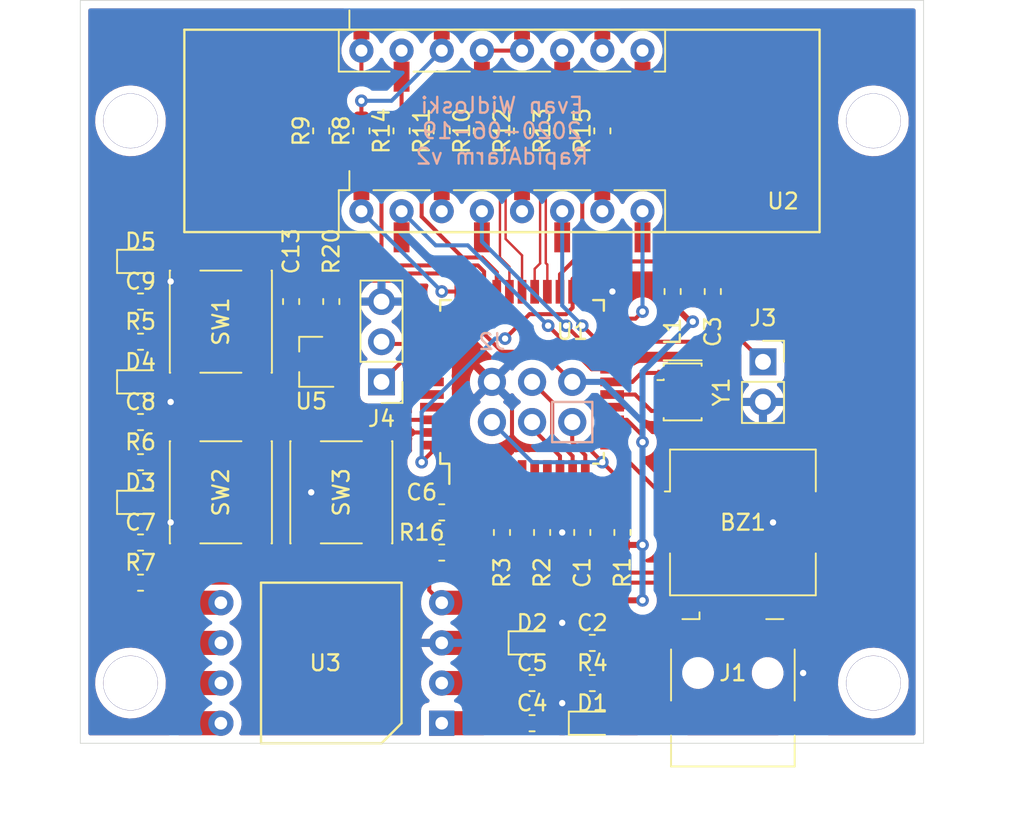
<source format=kicad_pcb>
(kicad_pcb (version 20200104) (host pcbnew "5.99.0-unknown-r17607-a0698723")
  (layers (0 "F.Cu" signal) (31 "B.Cu" signal) (34 "B.Paste" user) (35 "F.Paste" user) (36 "B.SilkS" user) (37 "F.SilkS" user) (38 "B.Mask" user) (39 "F.Mask" user) (44 "Edge.Cuts" user))
  (net 0 "")
  (net 1 "Net-(C1-Pad2)")
  (net 2 "GND")
  (net 3 "Net-(C2-Pad1)")
  (net 4 "Net-(C3-Pad1)")
  (net 5 "Net-(D1-Pad2)")
  (net 6 "+5V")
  (net 7 "Net-(J1-Pad3)")
  (net 8 "Net-(J1-Pad2)")
  (net 9 "Net-(R2-Pad2)")
  (net 10 "Net-(R3-Pad2)")
  (net 11 "Net-(R5-Pad2)")
  (net 12 "Net-(R6-Pad2)")
  (net 13 "Net-(R7-Pad2)")
  (net 14 "Net-(R8-Pad2)")
  (net 15 "Net-(R9-Pad2)")
  (net 16 "Net-(R10-Pad2)")
  (net 17 "Net-(R11-Pad2)")
  (net 18 "Net-(R12-Pad2)")
  (net 19 "Net-(R13-Pad2)")
  (net 20 "Net-(R14-Pad2)")
  (net 21 "Net-(R15-Pad2)")
  (net 22 "/DOWN")
  (net 23 "/UP")
  (net 24 "/MODE")
  (net 25 "/RST")
  (net 26 "/MOSI")
  (net 27 "/SCK")
  (net 28 "/MISO")
  (net 29 "Net-(R16-Pad1)")
  (net 30 "/PRESSURE1")
  (net 31 "Net-(BZ1-Pad1)")
  (net 32 "Net-(J3-Pad1)")
  (net 33 "/AREF")
  (net 34 "/DIG2")
  (net 35 "/DIG4")
  (net 36 "/DIG1")
  (net 37 "/DIG:")
  (net 38 "/DIG3")
  (net 39 "/a")
  (net 40 "/b")
  (net 41 "/c")
  (net 42 "/d")
  (net 43 "/e")
  (net 44 "/f")
  (net 45 "/g")
  (net 46 "/DP")
  (net 47 "Net-(U1-Pad17)")
  (net 48 "Net-(U1-Pad16)")
  (net 49 "Net-(J4-Pad2)")
  (net 50 "Net-(J4-Pad1)")
  (module "Connector_PinHeader_2.54mm:PinHeader_1x03_P2.54mm_Vertical" (layer "F.Cu") (at 138.43 81.28 180)
    (fp_text reference "J4" (at 0 -2.33) (layer "F.SilkS"))
    (fp_text value "Conn_01x03")
    (pad "3" thru_hole oval (at 0 5.08 180) (size 1.7 1.7) (drill 1) (layers *.Cu *.Mask) (net 2 "GND"))
    (pad "2" thru_hole oval (at 0 2.54 180) (size 1.7 1.7) (drill 1) (layers *.Cu *.Mask) (net 49 "Net-(J4-Pad2)"))
    (pad "1" thru_hole rect (at 0 0 180) (size 1.7 1.7) (drill 1) (layers *.Cu *.Mask) (net 50 "Net-(J4-Pad1)"))
  )
  (module "Crystal:Resonator_SMD_muRata_CSTxExxV-3Pin_3.0x1.1mm_HandSoldering" (layer "F.Cu") (at 157.48 81.915 -90)
    (fp_text reference "Y1" (at 0 -2.45 90) (layer "F.SilkS"))
    (fp_text value "Resonator")
    (pad "3" smd rect (at 1.2 0 270) (size 0.4 3.2) (layers "F.Cu" "F.Paste" "F.Mask") (net 48 "Net-(U1-Pad16)"))
    (pad "2" smd rect (at 0 0 270) (size 0.4 3.2) (layers "F.Cu" "F.Paste" "F.Mask") (net 2 "GND"))
    (pad "1" smd rect (at -1.2 0 270) (size 0.4 3.2) (layers "F.Cu" "F.Paste" "F.Mask") (net 47 "Net-(U1-Pad17)"))
  )
  (module "Button_Switch_SMD:SW_Push_1P1T_NO_6x6mm_H9.5mm" (layer "F.Cu") (at 128.27 88.265 -90)
    (fp_text reference "SW2" (at 0 0 -270) (layer "F.SilkS"))
    (fp_text value "SW_Push")
    (pad "2" smd rect (at 3.975 2.25 270) (size 1.55 1.3) (layers "F.Cu" "F.Paste" "F.Mask") (net 2 "GND"))
    (pad "1" smd rect (at 3.975 -2.25 270) (size 1.55 1.3) (layers "F.Cu" "F.Paste" "F.Mask") (net 12 "Net-(R6-Pad2)"))
    (pad "1" smd rect (at -3.975 -2.25 270) (size 1.55 1.3) (layers "F.Cu" "F.Paste" "F.Mask") (net 12 "Net-(R6-Pad2)"))
    (pad "2" smd rect (at -3.975 2.25 270) (size 1.55 1.3) (layers "F.Cu" "F.Paste" "F.Mask") (net 2 "GND"))
  )
  (module "common:ISP_POGO" (layer "B.Cu") (at 150.495 83.82 90)
    (fp_text reference "J2" (at 5.08 -5.08 unlocked) (layer "B.SilkS") (effects (justify mirror)))
    (fp_text value "AVR-ISP-6")
    (pad "6" thru_hole circle (at 2.54 -5.08 90) (size 1.778 1.778) (drill 1.016) (layers *.Cu *.Mask) (net 2 "GND"))
    (pad "5" thru_hole circle (at 0 -5.08 90) (size 1.778 1.778) (drill 1.016) (layers *.Cu *.Mask) (net 25 "/RST"))
    (pad "4" thru_hole circle (at 2.54 -2.54 90) (size 1.778 1.778) (drill 1.016) (layers *.Cu *.Mask) (net 26 "/MOSI"))
    (pad "3" thru_hole circle (at 0 -2.54 90) (size 1.778 1.778) (drill 1.016) (layers *.Cu *.Mask) (net 27 "/SCK"))
    (pad "2" thru_hole circle (at 2.54 0 90) (size 1.778 1.778) (drill 1.016) (layers *.Cu *.Mask) (net 6 "+5V"))
    (pad "1" thru_hole circle (at 0 0 90) (size 1.778 1.778) (drill 1.016) (layers *.Cu *.Mask) (net 28 "/MISO"))
  )
  (module "Package_QFP:TQFP-44_10x10mm_P0.8mm" (layer "F.Cu") (at 147.32 81.28 90)
    (fp_text reference "U1" (at 3.175 3.175) (layer "F.SilkS"))
    (fp_text value "ATmega32U4-MU")
    (pad "44" smd rect (at -4 -5.7 180) (size 1.5 0.55) (layers "F.Cu" "F.Paste" "F.Mask") (net 4 "Net-(C3-Pad1)"))
    (pad "43" smd rect (at -3.2 -5.7 180) (size 1.5 0.55) (layers "F.Cu" "F.Paste" "F.Mask") (net 2 "GND"))
    (pad "42" smd rect (at -2.4 -5.7 180) (size 1.5 0.55) (layers "F.Cu" "F.Paste" "F.Mask") (net 33 "/AREF"))
    (pad "41" smd rect (at -1.6 -5.7 180) (size 1.5 0.55) (layers "F.Cu" "F.Paste" "F.Mask") (net 30 "/PRESSURE1"))
    (pad "40" smd rect (at -0.8 -5.7 180) (size 1.5 0.55) (layers "F.Cu" "F.Paste" "F.Mask"))
    (pad "39" smd rect (at 0 -5.7 180) (size 1.5 0.55) (layers "F.Cu" "F.Paste" "F.Mask"))
    (pad "38" smd rect (at 0.8 -5.7 180) (size 1.5 0.55) (layers "F.Cu" "F.Paste" "F.Mask"))
    (pad "37" smd rect (at 1.6 -5.7 180) (size 1.5 0.55) (layers "F.Cu" "F.Paste" "F.Mask") (net 50 "Net-(J4-Pad1)"))
    (pad "36" smd rect (at 2.4 -5.7 180) (size 1.5 0.55) (layers "F.Cu" "F.Paste" "F.Mask") (net 49 "Net-(J4-Pad2)"))
    (pad "35" smd rect (at 3.2 -5.7 180) (size 1.5 0.55) (layers "F.Cu" "F.Paste" "F.Mask") (net 2 "GND"))
    (pad "34" smd rect (at 4 -5.7 180) (size 1.5 0.55) (layers "F.Cu" "F.Paste" "F.Mask") (net 6 "+5V"))
    (pad "33" smd rect (at 5.7 -4 90) (size 1.5 0.55) (layers "F.Cu" "F.Paste" "F.Mask") (net 36 "/DIG1"))
    (pad "32" smd rect (at 5.7 -3.2 90) (size 1.5 0.55) (layers "F.Cu" "F.Paste" "F.Mask") (net 40 "/b"))
    (pad "31" smd rect (at 5.7 -2.4 90) (size 1.5 0.55) (layers "F.Cu" "F.Paste" "F.Mask") (net 39 "/a"))
    (pad "30" smd rect (at 5.7 -1.6 90) (size 1.5 0.55) (layers "F.Cu" "F.Paste" "F.Mask") (net 45 "/g"))
    (pad "29" smd rect (at 5.7 -0.8 90) (size 1.5 0.55) (layers "F.Cu" "F.Paste" "F.Mask") (net 42 "/d"))
    (pad "28" smd rect (at 5.7 0 90) (size 1.5 0.55) (layers "F.Cu" "F.Paste" "F.Mask") (net 41 "/c"))
    (pad "27" smd rect (at 5.7 0.8 90) (size 1.5 0.55) (layers "F.Cu" "F.Paste" "F.Mask") (net 43 "/e"))
    (pad "26" smd rect (at 5.7 1.6 90) (size 1.5 0.55) (layers "F.Cu" "F.Paste" "F.Mask") (net 44 "/f"))
    (pad "25" smd rect (at 5.7 2.4 90) (size 1.5 0.55) (layers "F.Cu" "F.Paste" "F.Mask") (net 46 "/DP"))
    (pad "24" smd rect (at 5.7 3.2 90) (size 1.5 0.55) (layers "F.Cu" "F.Paste" "F.Mask") (net 4 "Net-(C3-Pad1)"))
    (pad "23" smd rect (at 5.7 4 90) (size 1.5 0.55) (layers "F.Cu" "F.Paste" "F.Mask") (net 2 "GND"))
    (pad "22" smd rect (at 4 5.7 180) (size 1.5 0.55) (layers "F.Cu" "F.Paste" "F.Mask") (net 35 "/DIG4"))
    (pad "21" smd rect (at 3.2 5.7 180) (size 1.5 0.55) (layers "F.Cu" "F.Paste" "F.Mask") (net 32 "Net-(J3-Pad1)"))
    (pad "20" smd rect (at 2.4 5.7 180) (size 1.5 0.55) (layers "F.Cu" "F.Paste" "F.Mask") (net 38 "/DIG3"))
    (pad "19" smd rect (at 1.6 5.7 180) (size 1.5 0.55) (layers "F.Cu" "F.Paste" "F.Mask") (net 37 "/DIG:"))
    (pad "18" smd rect (at 0.8 5.7 180) (size 1.5 0.55) (layers "F.Cu" "F.Paste" "F.Mask") (net 34 "/DIG2"))
    (pad "17" smd rect (at 0 5.7 180) (size 1.5 0.55) (layers "F.Cu" "F.Paste" "F.Mask") (net 47 "Net-(U1-Pad17)"))
    (pad "16" smd rect (at -0.8 5.7 180) (size 1.5 0.55) (layers "F.Cu" "F.Paste" "F.Mask") (net 48 "Net-(U1-Pad16)"))
    (pad "15" smd rect (at -1.6 5.7 180) (size 1.5 0.55) (layers "F.Cu" "F.Paste" "F.Mask") (net 2 "GND"))
    (pad "14" smd rect (at -2.4 5.7 180) (size 1.5 0.55) (layers "F.Cu" "F.Paste" "F.Mask") (net 6 "+5V"))
    (pad "13" smd rect (at -3.2 5.7 180) (size 1.5 0.55) (layers "F.Cu" "F.Paste" "F.Mask") (net 25 "/RST"))
    (pad "12" smd rect (at -4 5.7 180) (size 1.5 0.55) (layers "F.Cu" "F.Paste" "F.Mask") (net 31 "Net-(BZ1-Pad1)"))
    (pad "11" smd rect (at -5.7 4 90) (size 1.5 0.55) (layers "F.Cu" "F.Paste" "F.Mask") (net 28 "/MISO"))
    (pad "10" smd rect (at -5.7 3.2 90) (size 1.5 0.55) (layers "F.Cu" "F.Paste" "F.Mask") (net 26 "/MOSI"))
    (pad "9" smd rect (at -5.7 2.4 90) (size 1.5 0.55) (layers "F.Cu" "F.Paste" "F.Mask") (net 27 "/SCK"))
    (pad "8" smd rect (at -5.7 1.6 90) (size 1.5 0.55) (layers "F.Cu" "F.Paste" "F.Mask"))
    (pad "7" smd rect (at -5.7 0.8 90) (size 1.5 0.55) (layers "F.Cu" "F.Paste" "F.Mask") (net 6 "+5V"))
    (pad "6" smd rect (at -5.7 0 90) (size 1.5 0.55) (layers "F.Cu" "F.Paste" "F.Mask") (net 1 "Net-(C1-Pad2)"))
    (pad "5" smd rect (at -5.7 -0.8 90) (size 1.5 0.55) (layers "F.Cu" "F.Paste" "F.Mask") (net 2 "GND"))
    (pad "4" smd rect (at -5.7 -1.6 90) (size 1.5 0.55) (layers "F.Cu" "F.Paste" "F.Mask") (net 9 "Net-(R2-Pad2)"))
    (pad "3" smd rect (at -5.7 -2.4 90) (size 1.5 0.55) (layers "F.Cu" "F.Paste" "F.Mask") (net 10 "Net-(R3-Pad2)"))
    (pad "2" smd rect (at -5.7 -3.2 90) (size 1.5 0.55) (layers "F.Cu" "F.Paste" "F.Mask") (net 6 "+5V"))
    (pad "1" smd rect (at -5.7 -4 90) (size 1.5 0.55) (layers "F.Cu" "F.Paste" "F.Mask"))
  )
  (module "common:LTC-4627_SMD" (layer "F.Cu") (at 146.05 65.405)
    (fp_text reference "U2" (at 17.78 4.445) (layer "F.SilkS"))
    (fp_text value "LTC-4627")
    (pad "7" thru_hole circle (at 6.35 5.08) (size 1.524 1.524) (drill 0.762) (layers *.Cu *.Mask) (net 21 "Net-(R15-Pad2)"))
    (pad "11" thru_hole circle (at 3.81 -5.08) (size 1.524 1.524) (drill 0.762) (layers *.Cu *.Mask) (net 19 "Net-(R13-Pad2)"))
    (pad "2" thru_hole circle (at -6.35 5.08) (size 1.524 1.524) (drill 0.762) (layers *.Cu *.Mask) (net 34 "/DIG2"))
    (pad "8" thru_hole circle (at 8.89 5.08) (size 1.524 1.524) (drill 0.762) (layers *.Cu *.Mask) (net 35 "/DIG4"))
    (pad "9" thru_hole circle (at 8.89 -5.08) (size 1.524 1.524) (drill 0.762) (layers *.Cu *.Mask))
    (pad "1" thru_hole circle (at -8.89 5.08) (size 1.524 1.524) (drill 0.762) (layers *.Cu *.Mask) (net 36 "/DIG1"))
    (pad "5" thru_hole circle (at 1.27 5.08) (size 1.524 1.524) (drill 0.762) (layers *.Cu *.Mask) (net 18 "Net-(R12-Pad2)"))
    (pad "4" thru_hole circle (at -1.27 5.08) (size 1.524 1.524) (drill 0.762) (layers *.Cu *.Mask) (net 37 "/DIG:"))
    (pad "15" thru_hole circle (at -6.35 -5.08) (size 1.524 1.524) (drill 0.762) (layers *.Cu *.Mask) (net 20 "Net-(R14-Pad2)"))
    (pad "6" thru_hole circle (at 3.81 5.08) (size 1.524 1.524) (drill 0.762) (layers *.Cu *.Mask) (net 38 "/DIG3"))
    (pad "10" thru_hole circle (at 6.35 -5.08) (size 1.524 1.524) (drill 0.762) (layers *.Cu *.Mask))
    (pad "14" thru_hole circle (at -3.81 -5.08) (size 1.524 1.524) (drill 0.762) (layers *.Cu *.Mask) (net 14 "Net-(R8-Pad2)"))
    (pad "3" thru_hole circle (at -3.81 5.08) (size 1.524 1.524) (drill 0.762) (layers *.Cu *.Mask) (net 17 "Net-(R11-Pad2)"))
    (pad "13" thru_hole circle (at -1.27 -5.08) (size 1.524 1.524) (drill 0.762) (layers *.Cu *.Mask) (net 16 "Net-(R10-Pad2)"))
    (pad "12" thru_hole circle (at 1.27 -5.08) (size 1.524 1.524) (drill 0.762) (layers *.Cu *.Mask) (net 16 "Net-(R10-Pad2)"))
    (pad "16" thru_hole circle (at -8.89 -5.08) (size 1.524 1.524) (drill 0.762) (layers *.Cu *.Mask) (net 15 "Net-(R9-Pad2)"))
    (pad "11" smd rect (at 3.81 -3.43 90) (size 1.9 1) (layers "F.Cu" "F.Paste" "F.Mask") (net 19 "Net-(R13-Pad2)"))
    (pad "15" smd rect (at -6.35 -3.43 90) (size 1.9 1) (layers "F.Cu" "F.Paste" "F.Mask") (net 20 "Net-(R14-Pad2)"))
    (pad "16" smd rect (at -8.89 -6.73 90) (size 1.9 1) (layers "F.Cu" "F.Paste" "F.Mask") (net 15 "Net-(R9-Pad2)"))
    (pad "13" smd rect (at -1.27 -3.43 90) (size 1.9 1) (layers "F.Cu" "F.Paste" "F.Mask") (net 16 "Net-(R10-Pad2)"))
    (pad "14" smd rect (at -3.81 -6.73 90) (size 1.9 1) (layers "F.Cu" "F.Paste" "F.Mask") (net 14 "Net-(R8-Pad2)"))
    (pad "9" smd rect (at 8.89 -3.43 90) (size 1.9 1) (layers "F.Cu" "F.Paste" "F.Mask"))
    (pad "10" smd rect (at 6.35 -6.73 90) (size 1.9 1) (layers "F.Cu" "F.Paste" "F.Mask"))
    (pad "12" smd rect (at 1.27 -6.73 90) (size 1.9 1) (layers "F.Cu" "F.Paste" "F.Mask") (net 16 "Net-(R10-Pad2)"))
    (pad "7" smd rect (at 6.35 3.43 90) (size 1.9 1) (layers "F.Cu" "F.Paste" "F.Mask") (net 21 "Net-(R15-Pad2)"))
    (pad "5" smd rect (at 1.27 3.43 90) (size 1.9 1) (layers "F.Cu" "F.Paste" "F.Mask") (net 18 "Net-(R12-Pad2)"))
    (pad "3" smd rect (at -3.81 3.43 90) (size 1.9 1) (layers "F.Cu" "F.Paste" "F.Mask") (net 17 "Net-(R11-Pad2)"))
    (pad "1" smd rect (at -8.89 3.43 90) (size 1.9 1) (layers "F.Cu" "F.Paste" "F.Mask") (net 36 "/DIG1"))
    (pad "8" smd rect (at 8.89 6.73 90) (size 1.9 1) (layers "F.Cu" "F.Paste" "F.Mask") (net 35 "/DIG4"))
    (pad "6" smd rect (at 3.81 6.73 90) (size 1.9 1) (layers "F.Cu" "F.Paste" "F.Mask") (net 38 "/DIG3"))
    (pad "4" smd rect (at -1.27 6.73 90) (size 1.9 1) (layers "F.Cu" "F.Paste" "F.Mask") (net 37 "/DIG:"))
    (pad "2" smd rect (at -6.35 6.73 90) (size 1.9 1) (layers "F.Cu" "F.Paste" "F.Mask") (net 34 "/DIG2"))
  )
  (module "Package_TO_SOT_SMD:SOT-23" (layer "F.Cu") (at 133.985 80.01 180)
    (fp_text reference "U5" (at 0 -2.5) (layer "F.SilkS"))
    (fp_text value "LM4040DBZ-2.5")
    (pad "3" smd rect (at 1 0 180) (size 0.9 0.8) (layers "F.Cu" "F.Paste" "F.Mask"))
    (pad "2" smd rect (at -1 0.95 180) (size 0.9 0.8) (layers "F.Cu" "F.Paste" "F.Mask") (net 2 "GND"))
    (pad "1" smd rect (at -1 -0.95 180) (size 0.9 0.8) (layers "F.Cu" "F.Paste" "F.Mask") (net 33 "/AREF"))
  )
  (module "Capacitor_SMD:C_0603_1608Metric" (layer "F.Cu") (at 132.715 76.2 90)
    (fp_text reference "C13" (at 3.175 0 90) (layer "F.SilkS"))
    (fp_text value "1uF")
    (pad "2" smd roundrect (at 0.7875 0 90) (size 0.875 0.95) (layers "F.Cu" "F.Paste" "F.Mask") (net 2 "GND"))
    (pad "1" smd roundrect (at -0.7875 0 90) (size 0.875 0.95) (layers "F.Cu" "F.Paste" "F.Mask") (net 33 "/AREF"))
  )
  (module "Resistor_SMD:R_0603_1608Metric" (layer "F.Cu") (at 135.255 76.2 -90)
    (fp_text reference "R20" (at -3.175 0 90) (layer "F.SilkS"))
    (fp_text value "470")
    (pad "2" smd roundrect (at 0.7875 0 270) (size 0.875 0.95) (layers "F.Cu" "F.Paste" "F.Mask") (net 33 "/AREF"))
    (pad "1" smd roundrect (at -0.7875 0 270) (size 0.875 0.95) (layers "F.Cu" "F.Paste" "F.Mask") (net 6 "+5V"))
  )
  (module "Connector_PinSocket_2.54mm:PinSocket_1x02_P2.54mm_Vertical" (layer "F.Cu") (at 162.56 80.01)
    (fp_text reference "J3" (at 0 -2.77) (layer "F.SilkS"))
    (fp_text value "Conn_01x02")
    (pad "2" thru_hole oval (at 0 2.54) (size 1.7 1.7) (drill 1) (layers *.Cu *.Mask) (net 2 "GND"))
    (pad "1" thru_hole rect (at 0 0) (size 1.7 1.7) (drill 1) (layers *.Cu *.Mask) (net 32 "Net-(J3-Pad1)"))
  )
  (module "Buzzer_Beeper:Buzzer_Murata_PKMCS0909E4000-R1" (layer "F.Cu") (at 161.29 90.17)
    (fp_text reference "BZ1" (at 0 0) (layer "F.SilkS"))
    (fp_text value "Buzzer")
    (pad "2" smd rect (at 4.35 0) (size 1.3 3.4) (layers "F.Cu" "F.Paste" "F.Mask") (net 2 "GND"))
    (pad "1" smd rect (at -4.35 0) (size 1.3 3.4) (layers "F.Cu" "F.Paste" "F.Mask") (net 31 "Net-(BZ1-Pad1)"))
  )
  (module "Diode_SMD:D_0603_1608Metric" (layer "F.Cu") (at 123.19 73.66)
    (fp_text reference "D5" (at 0 -1.27) (layer "F.SilkS"))
    (fp_text value "D_Zener")
    (pad "2" smd roundrect (at 0.7875 0) (size 0.875 0.95) (layers "F.Cu" "F.Paste" "F.Mask") (net 2 "GND"))
    (pad "1" smd roundrect (at -0.7875 0) (size 0.875 0.95) (layers "F.Cu" "F.Paste" "F.Mask") (net 24 "/MODE"))
  )
  (module "Diode_SMD:D_0603_1608Metric" (layer "F.Cu") (at 123.19 81.28)
    (fp_text reference "D4" (at 0 -1.27) (layer "F.SilkS"))
    (fp_text value "D_Zener")
    (pad "2" smd roundrect (at 0.7875 0) (size 0.875 0.95) (layers "F.Cu" "F.Paste" "F.Mask") (net 2 "GND"))
    (pad "1" smd roundrect (at -0.7875 0) (size 0.875 0.95) (layers "F.Cu" "F.Paste" "F.Mask") (net 23 "/UP"))
  )
  (module "Diode_SMD:D_0603_1608Metric" (layer "F.Cu") (at 123.19 88.9)
    (fp_text reference "D3" (at 0 -1.27) (layer "F.SilkS"))
    (fp_text value "D_Zener")
    (pad "2" smd roundrect (at 0.7875 0) (size 0.875 0.95) (layers "F.Cu" "F.Paste" "F.Mask") (net 2 "GND"))
    (pad "1" smd roundrect (at -0.7875 0) (size 0.875 0.95) (layers "F.Cu" "F.Paste" "F.Mask") (net 22 "/DOWN"))
  )
  (module "Diode_SMD:D_0603_1608Metric" (layer "F.Cu") (at 147.955 97.79)
    (fp_text reference "D2" (at 0 -1.27) (layer "F.SilkS"))
    (fp_text value "D_Zener")
    (pad "2" smd roundrect (at 0.7875 0) (size 0.875 0.95) (layers "F.Cu" "F.Paste" "F.Mask") (net 2 "GND"))
    (pad "1" smd roundrect (at -0.7875 0) (size 0.875 0.95) (layers "F.Cu" "F.Paste" "F.Mask") (net 6 "+5V"))
  )
  (module "Resistor_SMD:R_0603_1608Metric" (layer "F.Cu") (at 152.4 65.405 -90)
    (fp_text reference "R15" (at 0 1.27 90) (layer "F.SilkS"))
    (fp_text value "470")
    (pad "1" smd roundrect (at -0.7875 0 270) (size 0.875 0.95) (layers "F.Cu" "F.Paste" "F.Mask") (net 46 "/DP"))
    (pad "2" smd roundrect (at 0.7875 0 270) (size 0.875 0.95) (layers "F.Cu" "F.Paste" "F.Mask") (net 21 "Net-(R15-Pad2)"))
  )
  (module "common:DIPSOP-8_W550thou" (layer "F.Cu") (at 142.24 102.87 180)
    (fp_text reference "U3" (at 7.366 3.81) (layer "F.SilkS"))
    (fp_text value "MPXV5010")
    (pad "8" thru_hole oval (at 13.97 0 180) (size 1.6 1.6) (drill 0.8) (layers *.Cu *.Mask))
    (pad "4" thru_hole oval (at 0 7.62 180) (size 1.6 1.6) (drill 0.8) (layers *.Cu *.Mask) (net 29 "Net-(R16-Pad1)"))
    (pad "7" thru_hole oval (at 13.97 2.54 180) (size 1.6 1.6) (drill 0.8) (layers *.Cu *.Mask))
    (pad "3" thru_hole oval (at 0 5.08 180) (size 1.6 1.6) (drill 0.8) (layers *.Cu *.Mask) (net 2 "GND"))
    (pad "6" thru_hole oval (at 13.97 5.08 180) (size 1.6 1.6) (drill 0.8) (layers *.Cu *.Mask))
    (pad "2" thru_hole oval (at 0 2.54 180) (size 1.6 1.6) (drill 0.8) (layers *.Cu *.Mask) (net 6 "+5V"))
    (pad "5" thru_hole oval (at 13.97 7.62 180) (size 1.6 1.6) (drill 0.8) (layers *.Cu *.Mask))
    (pad "1" thru_hole rect (at 0 0 180) (size 1.6 1.6) (drill 0.8) (layers *.Cu *.Mask))
    (pad "1" smd rect (at -1.397 0 180) (size 2.54 1.524) (layers "F.Cu" "F.Paste" "F.Mask"))
    (pad "2" smd rect (at -1.397 2.54 180) (size 2.54 1.524) (layers "F.Cu" "F.Paste" "F.Mask") (net 6 "+5V"))
    (pad "3" smd rect (at -1.397 5.08 180) (size 2.54 1.524) (layers "F.Cu" "F.Paste" "F.Mask") (net 2 "GND"))
    (pad "4" smd rect (at -1.397 7.62 180) (size 2.54 1.524) (layers "F.Cu" "F.Paste" "F.Mask") (net 29 "Net-(R16-Pad1)"))
    (pad "5" smd rect (at 15.367 7.62 180) (size 2.54 1.524) (layers "F.Cu" "F.Paste" "F.Mask"))
    (pad "6" smd rect (at 15.367 5.08 180) (size 2.54 1.524) (layers "F.Cu" "F.Paste" "F.Mask"))
    (pad "7" smd rect (at 15.367 2.54 180) (size 2.54 1.524) (layers "F.Cu" "F.Paste" "F.Mask"))
    (pad "8" smd rect (at 15.367 0 180) (size 2.54 1.524) (layers "F.Cu" "F.Paste" "F.Mask"))
  )
  (module "Resistor_SMD:R_0603_1608Metric" (layer "F.Cu") (at 142.24 92.075)
    (fp_text reference "R16" (at -1.27 -1.27) (layer "F.SilkS"))
    (fp_text value "470")
    (pad "2" smd roundrect (at 0.7875 0) (size 0.875 0.95) (layers "F.Cu" "F.Paste" "F.Mask") (net 30 "/PRESSURE1"))
    (pad "1" smd roundrect (at -0.7875 0) (size 0.875 0.95) (layers "F.Cu" "F.Paste" "F.Mask") (net 29 "Net-(R16-Pad1)"))
  )
  (module "Capacitor_SMD:C_0603_1608Metric" (layer "F.Cu") (at 123.19 76.2)
    (fp_text reference "C9" (at 0 -1.27) (layer "F.SilkS"))
    (fp_text value "1uF")
    (pad "2" smd roundrect (at 0.7875 0) (size 0.875 0.95) (layers "F.Cu" "F.Paste" "F.Mask") (net 2 "GND"))
    (pad "1" smd roundrect (at -0.7875 0) (size 0.875 0.95) (layers "F.Cu" "F.Paste" "F.Mask") (net 24 "/MODE"))
  )
  (module "Capacitor_SMD:C_0603_1608Metric" (layer "F.Cu") (at 123.19 83.82)
    (fp_text reference "C8" (at 0 -1.27) (layer "F.SilkS"))
    (fp_text value "1uF")
    (pad "2" smd roundrect (at 0.7875 0) (size 0.875 0.95) (layers "F.Cu" "F.Paste" "F.Mask") (net 2 "GND"))
    (pad "1" smd roundrect (at -0.7875 0) (size 0.875 0.95) (layers "F.Cu" "F.Paste" "F.Mask") (net 23 "/UP"))
  )
  (module "Capacitor_SMD:C_0603_1608Metric" (layer "F.Cu") (at 123.19 91.44)
    (fp_text reference "C7" (at 0 -1.27) (layer "F.SilkS"))
    (fp_text value "1uF")
    (pad "2" smd roundrect (at 0.7875 0) (size 0.875 0.95) (layers "F.Cu" "F.Paste" "F.Mask") (net 2 "GND"))
    (pad "1" smd roundrect (at -0.7875 0) (size 0.875 0.95) (layers "F.Cu" "F.Paste" "F.Mask") (net 22 "/DOWN"))
  )
  (module "Capacitor_SMD:C_0603_1608Metric" (layer "F.Cu") (at 142.24 89.535 180)
    (fp_text reference "C6" (at 1.27 1.27) (layer "F.SilkS"))
    (fp_text value "1uF")
    (pad "2" smd roundrect (at 0.7875 0 180) (size 0.875 0.95) (layers "F.Cu" "F.Paste" "F.Mask") (net 2 "GND"))
    (pad "1" smd roundrect (at -0.7875 0 180) (size 0.875 0.95) (layers "F.Cu" "F.Paste" "F.Mask") (net 30 "/PRESSURE1"))
  )
  (module "Capacitor_SMD:C_0603_1608Metric" (layer "F.Cu") (at 147.955 100.33)
    (fp_text reference "C5" (at 0 -1.27) (layer "F.SilkS"))
    (fp_text value ".01uF")
    (pad "2" smd roundrect (at 0.7875 0) (size 0.875 0.95) (layers "F.Cu" "F.Paste" "F.Mask") (net 2 "GND"))
    (pad "1" smd roundrect (at -0.7875 0) (size 0.875 0.95) (layers "F.Cu" "F.Paste" "F.Mask") (net 6 "+5V"))
  )
  (module "Capacitor_SMD:C_0603_1608Metric" (layer "F.Cu") (at 147.955 102.87)
    (fp_text reference "C4" (at 0 -1.27) (layer "F.SilkS"))
    (fp_text value "1uF")
    (pad "2" smd roundrect (at 0.7875 0) (size 0.875 0.95) (layers "F.Cu" "F.Paste" "F.Mask") (net 2 "GND"))
    (pad "1" smd roundrect (at -0.7875 0) (size 0.875 0.95) (layers "F.Cu" "F.Paste" "F.Mask") (net 6 "+5V"))
  )
  (module "Button_Switch_SMD:SW_Push_1P1T_NO_6x6mm_H9.5mm" (layer "F.Cu") (at 135.89 88.265 -90)
    (fp_text reference "SW3" (at 0 0 -270) (layer "F.SilkS"))
    (fp_text value "SW_Push")
    (pad "2" smd rect (at 3.975 2.25 270) (size 1.55 1.3) (layers "F.Cu" "F.Paste" "F.Mask") (net 2 "GND"))
    (pad "1" smd rect (at 3.975 -2.25 270) (size 1.55 1.3) (layers "F.Cu" "F.Paste" "F.Mask") (net 13 "Net-(R7-Pad2)"))
    (pad "1" smd rect (at -3.975 -2.25 270) (size 1.55 1.3) (layers "F.Cu" "F.Paste" "F.Mask") (net 13 "Net-(R7-Pad2)"))
    (pad "2" smd rect (at -3.975 2.25 270) (size 1.55 1.3) (layers "F.Cu" "F.Paste" "F.Mask") (net 2 "GND"))
  )
  (module "Button_Switch_SMD:SW_Push_1P1T_NO_6x6mm_H9.5mm" (layer "F.Cu") (at 128.27 77.47 -90)
    (fp_text reference "SW1" (at 0 0 -270) (layer "F.SilkS"))
    (fp_text value "SW_Push")
    (pad "2" smd rect (at 3.975 2.25 270) (size 1.55 1.3) (layers "F.Cu" "F.Paste" "F.Mask") (net 2 "GND"))
    (pad "1" smd rect (at 3.975 -2.25 270) (size 1.55 1.3) (layers "F.Cu" "F.Paste" "F.Mask") (net 11 "Net-(R5-Pad2)"))
    (pad "1" smd rect (at -3.975 -2.25 270) (size 1.55 1.3) (layers "F.Cu" "F.Paste" "F.Mask") (net 11 "Net-(R5-Pad2)"))
    (pad "2" smd rect (at -3.975 2.25 270) (size 1.55 1.3) (layers "F.Cu" "F.Paste" "F.Mask") (net 2 "GND"))
  )
  (module "Resistor_SMD:R_0603_1608Metric" (layer "F.Cu") (at 139.7 65.405 90)
    (fp_text reference "R14" (at 0 -1.27 90) (layer "F.SilkS"))
    (fp_text value "470")
    (pad "1" smd roundrect (at -0.7875 0 90) (size 0.875 0.95) (layers "F.Cu" "F.Paste" "F.Mask") (net 45 "/g"))
    (pad "2" smd roundrect (at 0.7875 0 90) (size 0.875 0.95) (layers "F.Cu" "F.Paste" "F.Mask") (net 20 "Net-(R14-Pad2)"))
  )
  (module "Resistor_SMD:R_0603_1608Metric" (layer "F.Cu") (at 149.86 65.405 90)
    (fp_text reference "R13" (at 0 -1.27 90) (layer "F.SilkS"))
    (fp_text value "470")
    (pad "1" smd roundrect (at -0.7875 0 90) (size 0.875 0.95) (layers "F.Cu" "F.Paste" "F.Mask") (net 44 "/f"))
    (pad "2" smd roundrect (at 0.7875 0 90) (size 0.875 0.95) (layers "F.Cu" "F.Paste" "F.Mask") (net 19 "Net-(R13-Pad2)"))
  )
  (module "Resistor_SMD:R_0603_1608Metric" (layer "F.Cu") (at 147.32 65.405 -90)
    (fp_text reference "R12" (at 0 1.27 90) (layer "F.SilkS"))
    (fp_text value "470")
    (pad "1" smd roundrect (at -0.7875 0 270) (size 0.875 0.95) (layers "F.Cu" "F.Paste" "F.Mask") (net 43 "/e"))
    (pad "2" smd roundrect (at 0.7875 0 270) (size 0.875 0.95) (layers "F.Cu" "F.Paste" "F.Mask") (net 18 "Net-(R12-Pad2)"))
  )
  (module "Resistor_SMD:R_0603_1608Metric" (layer "F.Cu") (at 142.24 65.405 -90)
    (fp_text reference "R11" (at 0 1.27 90) (layer "F.SilkS"))
    (fp_text value "470")
    (pad "1" smd roundrect (at -0.7875 0 270) (size 0.875 0.95) (layers "F.Cu" "F.Paste" "F.Mask") (net 42 "/d"))
    (pad "2" smd roundrect (at 0.7875 0 270) (size 0.875 0.95) (layers "F.Cu" "F.Paste" "F.Mask") (net 17 "Net-(R11-Pad2)"))
  )
  (module "Resistor_SMD:R_0603_1608Metric" (layer "F.Cu") (at 144.78 65.405 90)
    (fp_text reference "R10" (at 0 -1.27 90) (layer "F.SilkS"))
    (fp_text value "470")
    (pad "1" smd roundrect (at -0.7875 0 90) (size 0.875 0.95) (layers "F.Cu" "F.Paste" "F.Mask") (net 41 "/c"))
    (pad "2" smd roundrect (at 0.7875 0 90) (size 0.875 0.95) (layers "F.Cu" "F.Paste" "F.Mask") (net 16 "Net-(R10-Pad2)"))
  )
  (module "Resistor_SMD:R_0603_1608Metric" (layer "F.Cu") (at 134.62 65.405 90)
    (fp_text reference "R9" (at 0 -1.27 90) (layer "F.SilkS"))
    (fp_text value "470")
    (pad "1" smd roundrect (at -0.7875 0 90) (size 0.875 0.95) (layers "F.Cu" "F.Paste" "F.Mask") (net 40 "/b"))
    (pad "2" smd roundrect (at 0.7875 0 90) (size 0.875 0.95) (layers "F.Cu" "F.Paste" "F.Mask") (net 15 "Net-(R9-Pad2)"))
  )
  (module "Resistor_SMD:R_0603_1608Metric" (layer "F.Cu") (at 137.16 65.405 90)
    (fp_text reference "R8" (at 0 -1.27 90) (layer "F.SilkS"))
    (fp_text value "470")
    (pad "1" smd roundrect (at -0.7875 0 90) (size 0.875 0.95) (layers "F.Cu" "F.Paste" "F.Mask") (net 39 "/a"))
    (pad "2" smd roundrect (at 0.7875 0 90) (size 0.875 0.95) (layers "F.Cu" "F.Paste" "F.Mask") (net 14 "Net-(R8-Pad2)"))
  )
  (module "Resistor_SMD:R_0603_1608Metric" (layer "F.Cu") (at 123.19 93.98)
    (fp_text reference "R7" (at 0 -1.27) (layer "F.SilkS"))
    (fp_text value "470")
    (pad "2" smd roundrect (at 0.7875 0) (size 0.875 0.95) (layers "F.Cu" "F.Paste" "F.Mask") (net 13 "Net-(R7-Pad2)"))
    (pad "1" smd roundrect (at -0.7875 0) (size 0.875 0.95) (layers "F.Cu" "F.Paste" "F.Mask") (net 22 "/DOWN"))
  )
  (module "Resistor_SMD:R_0603_1608Metric" (layer "F.Cu") (at 123.19 86.36)
    (fp_text reference "R6" (at 0 -1.27) (layer "F.SilkS"))
    (fp_text value "470")
    (pad "2" smd roundrect (at 0.7875 0) (size 0.875 0.95) (layers "F.Cu" "F.Paste" "F.Mask") (net 12 "Net-(R6-Pad2)"))
    (pad "1" smd roundrect (at -0.7875 0) (size 0.875 0.95) (layers "F.Cu" "F.Paste" "F.Mask") (net 23 "/UP"))
  )
  (module "Resistor_SMD:R_0603_1608Metric" (layer "F.Cu") (at 123.19 78.74)
    (fp_text reference "R5" (at 0 -1.27) (layer "F.SilkS"))
    (fp_text value "470")
    (pad "2" smd roundrect (at 0.7875 0) (size 0.875 0.95) (layers "F.Cu" "F.Paste" "F.Mask") (net 11 "Net-(R5-Pad2)"))
    (pad "1" smd roundrect (at -0.7875 0) (size 0.875 0.95) (layers "F.Cu" "F.Paste" "F.Mask") (net 24 "/MODE"))
  )
  (module "Resistor_SMD:R_0603_1608Metric" (layer "F.Cu") (at 151.765 100.33)
    (fp_text reference "R4" (at 0 -1.27) (layer "F.SilkS"))
    (fp_text value "2")
    (pad "2" smd roundrect (at 0.7875 0) (size 0.875 0.95) (layers "F.Cu" "F.Paste" "F.Mask") (net 3 "Net-(C2-Pad1)"))
    (pad "1" smd roundrect (at -0.7875 0) (size 0.875 0.95) (layers "F.Cu" "F.Paste" "F.Mask") (net 6 "+5V"))
  )
  (module "Resistor_SMD:R_0603_1608Metric" (layer "F.Cu") (at 146.05 90.805 90)
    (fp_text reference "R3" (at -2.54 0 90) (layer "F.SilkS"))
    (fp_text value "22")
    (pad "2" smd roundrect (at 0.7875 0 90) (size 0.875 0.95) (layers "F.Cu" "F.Paste" "F.Mask") (net 10 "Net-(R3-Pad2)"))
    (pad "1" smd roundrect (at -0.7875 0 90) (size 0.875 0.95) (layers "F.Cu" "F.Paste" "F.Mask") (net 8 "Net-(J1-Pad2)"))
  )
  (module "Resistor_SMD:R_0603_1608Metric" (layer "F.Cu") (at 148.59 90.805 90)
    (fp_text reference "R2" (at -2.54 0 90) (layer "F.SilkS"))
    (fp_text value "22")
    (pad "2" smd roundrect (at 0.7875 0 90) (size 0.875 0.95) (layers "F.Cu" "F.Paste" "F.Mask") (net 9 "Net-(R2-Pad2)"))
    (pad "1" smd roundrect (at -0.7875 0 90) (size 0.875 0.95) (layers "F.Cu" "F.Paste" "F.Mask") (net 7 "Net-(J1-Pad3)"))
  )
  (module "Resistor_SMD:R_0603_1608Metric" (layer "F.Cu") (at 153.67 90.805 90)
    (fp_text reference "R1" (at -2.54 0 90) (layer "F.SilkS"))
    (fp_text value "10k")
    (pad "2" smd roundrect (at 0.7875 0 90) (size 0.875 0.95) (layers "F.Cu" "F.Paste" "F.Mask") (net 25 "/RST"))
    (pad "1" smd roundrect (at -0.7875 0 90) (size 0.875 0.95) (layers "F.Cu" "F.Paste" "F.Mask") (net 6 "+5V"))
  )
  (module "Inductor_SMD:L_0603_1608Metric" (layer "F.Cu") (at 156.845 75.565 90)
    (fp_text reference "L1" (at -2.54 0 90) (layer "F.SilkS"))
    (fp_text value "47nH")
    (pad "2" smd roundrect (at 0.7875 0 90) (size 0.875 0.95) (layers "F.Cu" "F.Paste" "F.Mask") (net 4 "Net-(C3-Pad1)"))
    (pad "1" smd roundrect (at -0.7875 0 90) (size 0.875 0.95) (layers "F.Cu" "F.Paste" "F.Mask") (net 6 "+5V"))
  )
  (module "Connector_USB:USB_Mini-B_Lumberg_2486_01_Horizontal" (layer "F.Cu") (at 160.655 99.695)
    (fp_text reference "J1" (at 0 0) (layer "F.SilkS"))
    (fp_text value "USB_B_Micro")
    (pad "1" smd rect (at -1.6 -2.7) (size 0.5 2) (layers "F.Cu" "F.Paste" "F.Mask") (net 5 "Net-(D1-Pad2)"))
    (pad "2" smd rect (at -0.8 -2.7) (size 0.5 2) (layers "F.Cu" "F.Paste" "F.Mask") (net 8 "Net-(J1-Pad2)"))
    (pad "3" smd rect (at 0 -2.7) (size 0.5 2) (layers "F.Cu" "F.Paste" "F.Mask") (net 7 "Net-(J1-Pad3)"))
    (pad "4" smd rect (at 0.8 -2.7) (size 0.5 2) (layers "F.Cu" "F.Paste" "F.Mask"))
    (pad "5" smd rect (at 1.6 -2.7) (size 0.5 2) (layers "F.Cu" "F.Paste" "F.Mask") (net 2 "GND"))
    (pad "6" smd rect (at -4.45 -2.6) (size 2 1.7) (layers "F.Cu" "F.Paste" "F.Mask") (net 2 "GND"))
    (pad "6" smd rect (at -4.45 2.85) (size 2 1.7) (layers "F.Cu" "F.Paste" "F.Mask") (net 2 "GND"))
    (pad "6" smd rect (at 4.45 -2.6) (size 2 1.7) (layers "F.Cu" "F.Paste" "F.Mask") (net 2 "GND"))
    (pad "6" smd rect (at 4.45 2.85) (size 2 1.7) (layers "F.Cu" "F.Paste" "F.Mask") (net 2 "GND"))
    (pad "" np_thru_hole circle (at -2.2 0) (size 1 1) (drill 1) (layers *.Cu *.Mask))
    (pad "" np_thru_hole circle (at 2.2 0) (size 1 1) (drill 1) (layers *.Cu *.Mask))
  )
  (module "Diode_SMD:D_0603_1608Metric" (layer "F.Cu") (at 151.765 102.87)
    (fp_text reference "D1" (at 0 -1.27) (layer "F.SilkS"))
    (fp_text value "D_Schottky")
    (pad "2" smd roundrect (at 0.7875 0) (size 0.875 0.95) (layers "F.Cu" "F.Paste" "F.Mask") (net 5 "Net-(D1-Pad2)"))
    (pad "1" smd roundrect (at -0.7875 0) (size 0.875 0.95) (layers "F.Cu" "F.Paste" "F.Mask") (net 6 "+5V"))
  )
  (module "Capacitor_SMD:C_0603_1608Metric" (layer "F.Cu") (at 159.385 75.565 -90)
    (fp_text reference "C3" (at 2.54 0 90) (layer "F.SilkS"))
    (fp_text value "0.1uF")
    (pad "2" smd roundrect (at 0.7875 0 270) (size 0.875 0.95) (layers "F.Cu" "F.Paste" "F.Mask") (net 2 "GND"))
    (pad "1" smd roundrect (at -0.7875 0 270) (size 0.875 0.95) (layers "F.Cu" "F.Paste" "F.Mask") (net 4 "Net-(C3-Pad1)"))
  )
  (module "Capacitor_SMD:C_0603_1608Metric" (layer "F.Cu") (at 151.765 97.79 180)
    (fp_text reference "C2" (at 0 1.27) (layer "F.SilkS"))
    (fp_text value "1uF")
    (pad "2" smd roundrect (at 0.7875 0 180) (size 0.875 0.95) (layers "F.Cu" "F.Paste" "F.Mask") (net 2 "GND"))
    (pad "1" smd roundrect (at -0.7875 0 180) (size 0.875 0.95) (layers "F.Cu" "F.Paste" "F.Mask") (net 3 "Net-(C2-Pad1)"))
  )
  (module "Capacitor_SMD:C_0603_1608Metric" (layer "F.Cu") (at 151.13 90.805 90)
    (fp_text reference "C1" (at -2.54 0 90) (layer "F.SilkS"))
    (fp_text value "1uF")
    (pad "2" smd roundrect (at 0.7875 0 90) (size 0.875 0.95) (layers "F.Cu" "F.Paste" "F.Mask") (net 1 "Net-(C1-Pad2)"))
    (pad "1" smd roundrect (at -0.7875 0 90) (size 0.875 0.95) (layers "F.Cu" "F.Paste" "F.Mask") (net 2 "GND"))
  )
  (gr_text "Evan Widloski\n2020-06-19\nRapidAlarm v2" (at 146.05 65.405) (layer "B.SilkS") (effects (font (size 1 1)) (justify mirror)))
  (gr_line (start 119.38 57.15) (end 172.72 57.15) (layer "Edge.Cuts") (width 0.05))
  (gr_line (start 119.38 104.14) (end 119.38 57.15) (layer "Edge.Cuts") (width 0.05))
  (gr_line (start 172.72 104.14) (end 119.38 104.14) (layer "Edge.Cuts") (width 0.05))
  (gr_line (start 172.72 57.15) (end 172.72 104.14) (layer "Edge.Cuts") (width 0.05))
  (segment (start 135.79149 74.87601) (end 139.21601 74.87601) (width 0.254) (layer "F.Cu") (net 6))
  (segment (start 139.21601 74.87601) (end 141.62 77.28) (width 0.254) (layer "F.Cu") (net 6))
  (segment (start 135.255 75.4125) (end 135.79149 74.87601) (width 0.254) (layer "F.Cu") (net 6))
  (segment (start 134.985 80.96) (end 136.525 80.96) (width 0.254) (layer "F.Cu") (net 33))
  (segment (start 137.033 82.804) (end 139.065 82.804) (width 0.254) (layer "F.Cu") (net 33))
  (segment (start 136.525 82.296) (end 137.033 82.804) (width 0.254) (layer "F.Cu") (net 33))
  (segment (start 136.525 78.105) (end 136.525 82.296) (width 0.254) (layer "F.Cu") (net 33))
  (segment (start 135.255 76.9875) (end 135.4075 76.9875) (width 0.254) (layer "F.Cu") (net 33))
  (segment (start 135.4075 76.9875) (end 136.525 78.105) (width 0.254) (layer "F.Cu") (net 33))
  (segment (start 139.941 83.68) (end 141.62 83.68) (width 0.254) (layer "F.Cu") (net 33))
  (segment (start 139.065 82.804) (end 139.941 83.68) (width 0.254) (layer "F.Cu") (net 33))
  (segment (start 132.715 76.9875) (end 135.255 76.9875) (width 0.254) (layer "F.Cu") (net 33))
  (segment (start 141.62 79.68) (end 140.03 79.68) (width 0.254) (layer "F.Cu") (net 50))
  (segment (start 140.03 79.68) (end 138.43 81.28) (width 0.254) (layer "F.Cu") (net 50))
  (segment (start 141.62 78.88) (end 138.57 78.88) (width 0.254) (layer "F.Cu") (net 49))
  (segment (start 138.57 78.88) (end 138.43 78.74) (width 0.254) (layer "F.Cu") (net 49))
  (segment (start 154.94 76.835) (end 154.94 70.485) (width 0.254) (layer "B.Cu") (net 35))
  (segment (start 154.495 77.28) (end 154.94 76.835) (width 0.254) (layer "F.Cu") (net 35))
  (via (at 154.94 76.835) (size 0.8) (drill 0.4) (layers "F.Cu" "B.Cu") (net 35))
  (segment (start 153.02 77.28) (end 154.495 77.28) (width 0.254) (layer "F.Cu") (net 35))
  (segment (start 154.94 78.74) (end 154.28 78.08) (width 0.254) (layer "F.Cu") (net 32))
  (segment (start 154.28 78.08) (end 153.02 78.08) (width 0.254) (layer "F.Cu") (net 32))
  (segment (start 161.29 78.74) (end 154.94 78.74) (width 0.254) (layer "F.Cu") (net 32))
  (via (at 154.94 91.5925) (size 0.8) (drill 0.4) (layers "F.Cu" "B.Cu") (net 6))
  (segment (start 153.67 91.5925) (end 154.94 91.5925) (width 0.381) (layer "F.Cu") (net 6))
  (segment (start 152.4 88.9) (end 152.4 90.3225) (width 0.25) (layer "F.Cu") (net 6))
  (segment (start 152.4 90.3225) (end 153.67 91.5925) (width 0.25) (layer "F.Cu") (net 6))
  (segment (start 151.94999 88.44999) (end 152.4 88.9) (width 0.25) (layer "F.Cu") (net 6))
  (segment (start 148.12 87.790002) (end 148.779988 88.44999) (width 0.25) (layer "F.Cu") (net 6))
  (segment (start 148.12 86.98) (end 148.12 87.790002) (width 0.25) (layer "F.Cu") (net 6))
  (segment (start 148.779988 88.44999) (end 151.94999 88.44999) (width 0.25) (layer "F.Cu") (net 6))
  (segment (start 148.111738 88.9) (end 147.32 88.108262) (width 0.25) (layer "F.Cu") (net 1))
  (segment (start 147.32 88.108262) (end 147.32 86.98) (width 0.25) (layer "F.Cu") (net 1))
  (segment (start 150.3425 90.0175) (end 149.225 88.9) (width 0.25) (layer "F.Cu") (net 1))
  (segment (start 149.225 88.9) (end 148.111738 88.9) (width 0.25) (layer "F.Cu") (net 1))
  (segment (start 151.13 90.0175) (end 150.3425 90.0175) (width 0.25) (layer "F.Cu") (net 1))
  (segment (start 146.246567 78.543433) (end 147.793001 76.996999) (width 0.254) (layer "F.Cu") (net 4))
  (segment (start 147.793001 76.996999) (end 150.107001 76.996999) (width 0.254) (layer "F.Cu") (net 4))
  (segment (start 150.107001 76.996999) (end 150.52 76.584) (width 0.254) (layer "F.Cu") (net 4))
  (segment (start 150.52 76.584) (end 150.52 75.58) (width 0.254) (layer "F.Cu") (net 4))
  (segment (start 145.611567 78.543433) (end 146.246567 78.543433) (width 0.254) (layer "B.Cu") (net 4))
  (segment (start 140.97 83.185) (end 145.611567 78.543433) (width 0.254) (layer "B.Cu") (net 4))
  (via (at 146.246567 78.543433) (size 0.8) (drill 0.4) (layers "F.Cu" "B.Cu") (net 4))
  (segment (start 140.97 86.36) (end 140.97 83.185) (width 0.254) (layer "B.Cu") (net 4))
  (segment (start 141.62 85.71) (end 140.97 86.36) (width 0.254) (layer "F.Cu") (net 4))
  (via (at 140.97 86.36) (size 0.8) (drill 0.4) (layers "F.Cu" "B.Cu") (net 4))
  (segment (start 141.62 85.28) (end 141.62 85.71) (width 0.254) (layer "F.Cu") (net 4))
  (segment (start 146.05 79.375) (end 148.59 79.375) (width 0.254) (layer "F.Cu") (net 6))
  (segment (start 148.59 79.375) (end 150.495 81.28) (width 0.254) (layer "F.Cu") (net 6))
  (segment (start 143.955 77.28) (end 146.05 79.375) (width 0.254) (layer "F.Cu") (net 6))
  (segment (start 141.62 77.28) (end 143.955 77.28) (width 0.254) (layer "F.Cu") (net 6))
  (segment (start 162.56 80.01) (end 161.29 78.74) (width 0.254) (layer "F.Cu") (net 32))
  (via (at 163.195 90.17) (size 0.8) (drill 0.4) (layers "F.Cu" "B.Cu") (net 2))
  (via (at 165.1 99.695) (size 0.8) (drill 0.4) (layers "F.Cu" "B.Cu") (net 2))
  (via (at 133.985 88.265) (size 0.8) (drill 0.4) (layers "F.Cu" "B.Cu") (net 2))
  (segment (start 156.845 73.66) (end 158.75 73.66) (width 0.254) (layer "F.Cu") (net 4))
  (segment (start 151.626398 73.66) (end 156.845 73.66) (width 0.254) (layer "F.Cu") (net 4))
  (segment (start 156.845 74.7775) (end 156.845 73.66) (width 0.254) (layer "F.Cu") (net 4))
  (segment (start 158.75 73.66) (end 159.385 74.295) (width 0.254) (layer "F.Cu") (net 4))
  (segment (start 159.385 74.295) (end 159.385 74.7775) (width 0.254) (layer "F.Cu") (net 4))
  (segment (start 150.52 75.58) (end 150.52 74.766398) (width 0.254) (layer "F.Cu") (net 4))
  (segment (start 150.52 74.766398) (end 151.626398 73.66) (width 0.254) (layer "F.Cu") (net 4))
  (segment (start 155.575 84.455) (end 156.21 84.455) (width 0.254) (layer "F.Cu") (net 2))
  (segment (start 154.305 83.185) (end 155.575 84.455) (width 0.254) (layer "F.Cu") (net 2))
  (segment (start 152.4 86.36) (end 147.955 86.36) (width 0.254) (layer "B.Cu") (net 25))
  (segment (start 147.955 86.36) (end 145.415 83.82) (width 0.254) (layer "B.Cu") (net 25))
  (via (at 152.4 86.36) (size 0.8) (drill 0.4) (layers "F.Cu" "B.Cu") (net 25))
  (segment (start 158.115 77.47) (end 157.9625 77.47) (width 0.381) (layer "F.Cu") (net 6))
  (segment (start 157.9625 77.47) (end 156.845 76.3525) (width 0.381) (layer "F.Cu") (net 6))
  (segment (start 154.94 80.645) (end 158.115 77.47) (width 0.381) (layer "B.Cu") (net 6))
  (via (at 158.115 77.47) (size 0.8) (drill 0.4) (layers "F.Cu" "B.Cu") (net 6))
  (segment (start 154.94 83.82) (end 154.94 80.645) (width 0.381) (layer "B.Cu") (net 6))
  (segment (start 154.94 85.09) (end 154.94 84.455) (width 0.381) (layer "B.Cu") (net 6))
  (via (at 154.94 85.09) (size 0.8) (drill 0.4) (layers "F.Cu" "B.Cu") (net 6))
  (segment (start 154.94 90.805) (end 154.94 85.09) (width 0.381) (layer "B.Cu") (net 6))
  (segment (start 154.94 84.672098) (end 154.94 85.09) (width 0.254) (layer "F.Cu") (net 6))
  (segment (start 153.02 83.68) (end 153.947902 83.68) (width 0.254) (layer "F.Cu") (net 6))
  (segment (start 153.947902 83.68) (end 154.94 84.672098) (width 0.254) (layer "F.Cu") (net 6))
  (segment (start 154.94 83.82) (end 152.4 81.28) (width 0.381) (layer "B.Cu") (net 6))
  (segment (start 152.4 81.28) (end 150.495 81.28) (width 0.381) (layer "B.Cu") (net 6))
  (segment (start 154.94 84.455) (end 154.94 83.82) (width 0.381) (layer "B.Cu") (net 6))
  (segment (start 154.94 95.0975) (end 154.94 90.805) (width 0.381) (layer "B.Cu") (net 6))
  (via (at 154.94 95.0975) (size 0.8) (drill 0.4) (layers "F.Cu" "B.Cu") (net 6))
  (segment (start 147.1675 95.0975) (end 154.94 95.0975) (width 0.381) (layer "F.Cu") (net 6))
  (segment (start 123.9775 86.36) (end 131.155 86.36) (width 0.254) (layer "F.Cu") (net 12))
  (segment (start 123.9775 78.74) (end 131.155 78.74) (width 0.254) (layer "F.Cu") (net 11))
  (segment (start 131.155 92.24) (end 131.155 84.29) (width 0.254) (layer "F.Cu") (net 12))
  (segment (start 131.155 81.445) (end 131.155 73.495) (width 0.254) (layer "F.Cu") (net 11))
  (segment (start 138.775 92.24) (end 138.775 84.29) (width 0.254) (layer "F.Cu") (net 13))
  (via (at 125.095 74.93) (size 0.8) (drill 0.4) (layers "F.Cu" "B.Cu") (net 2))
  (via (at 125.095 90.17) (size 0.8) (drill 0.4) (layers "F.Cu" "B.Cu") (net 2))
  (via (at 125.095 82.55) (size 0.8) (drill 0.4) (layers "F.Cu" "B.Cu") (net 2))
  (via (at 149.86 96.52) (size 0.8) (drill 0.4) (layers "F.Cu" "B.Cu") (net 2))
  (via (at 149.86 101.6) (size 0.8) (drill 0.4) (layers "F.Cu" "B.Cu") (net 2))
  (via (at 149.86 90.805) (size 0.8) (drill 0.4) (layers "F.Cu" "B.Cu") (net 2))
  (via (at 153.035 75.565) (size 0.8) (drill 0.4) (layers "F.Cu" "B.Cu") (net 2))
  (segment (start 141.62 84.48) (end 140.36 84.48) (width 0.254) (layer "F.Cu") (net 2))
  (segment (start 151.13 73.067933) (end 151.13 73.025) (width 0.254) (layer "F.Cu") (net 46))
  (segment (start 151.13 65.405) (end 151.13 73.025) (width 0.254) (layer "F.Cu") (net 46))
  (segment (start 149.72 75.58) (end 149.72 74.477933) (width 0.254) (layer "F.Cu") (net 46))
  (segment (start 149.72 74.477933) (end 151.13 73.067933) (width 0.254) (layer "F.Cu") (net 46))
  (segment (start 142.24 75.565) (end 143.305 75.565) (width 0.254) (layer "F.Cu") (net 36))
  (segment (start 143.305 75.565) (end 143.32 75.58) (width 0.254) (layer "F.Cu") (net 36))
  (via (at 142.24 75.565) (size 0.8) (drill 0.4) (layers "F.Cu" "B.Cu") (net 36))
  (segment (start 137.16 70.485) (end 142.24 75.565) (width 0.254) (layer "B.Cu") (net 36))
  (segment (start 138.684 74.422) (end 134.62 70.358) (width 0.254) (layer "F.Cu") (net 40))
  (segment (start 134.62 70.358) (end 134.62 66.1925) (width 0.254) (layer "F.Cu") (net 40))
  (segment (start 144.095 74.422) (end 138.684 74.422) (width 0.254) (layer "F.Cu") (net 40))
  (segment (start 144.12 74.447) (end 144.095 74.422) (width 0.254) (layer "F.Cu") (net 40))
  (segment (start 144.12 75.58) (end 144.12 74.447) (width 0.254) (layer "F.Cu") (net 40))
  (segment (start 138.43 73.533) (end 138.43 67.4625) (width 0.254) (layer "F.Cu") (net 39))
  (segment (start 138.43 67.4625) (end 137.16 66.1925) (width 0.254) (layer "F.Cu") (net 39))
  (segment (start 138.811 73.914) (end 138.43 73.533) (width 0.254) (layer "F.Cu") (net 39))
  (segment (start 144.526 73.914) (end 138.811 73.914) (width 0.254) (layer "F.Cu") (net 39))
  (segment (start 144.92 74.308) (end 144.526 73.914) (width 0.254) (layer "F.Cu") (net 39))
  (segment (start 144.92 75.58) (end 144.92 74.308) (width 0.254) (layer "F.Cu") (net 39))
  (segment (start 140.97 70.826722) (end 143.529639 73.386361) (width 0.254) (layer "F.Cu") (net 45))
  (segment (start 145.72 74.346) (end 144.786001 73.412001) (width 0.254) (layer "F.Cu") (net 45))
  (segment (start 144.786001 73.412001) (end 143.555279 73.412001) (width 0.254) (layer "F.Cu") (net 45))
  (segment (start 143.555279 73.412001) (end 143.529639 73.386361) (width 0.254) (layer "F.Cu") (net 45))
  (segment (start 145.72 75.58) (end 145.72 74.346) (width 0.254) (layer "F.Cu") (net 45))
  (segment (start 140.97 67.4625) (end 140.97 70.826722) (width 0.254) (layer "F.Cu") (net 45))
  (segment (start 139.7 66.1925) (end 140.97 67.4625) (width 0.254) (layer "F.Cu") (net 45))
  (segment (start 148.463 73.787) (end 148.12 74.13) (width 0.1524) (layer "F.Cu") (net 43))
  (segment (start 148.12 74.13) (end 148.12 75.58) (width 0.1524) (layer "F.Cu") (net 43))
  (segment (start 148.463 65.7605) (end 148.463 73.787) (width 0.1524) (layer "F.Cu") (net 43))
  (segment (start 147.32 64.6175) (end 148.463 65.7605) (width 0.1524) (layer "F.Cu") (net 43))
  (segment (start 148.821799 73.764799) (end 148.92 73.863) (width 0.1524) (layer "F.Cu") (net 44))
  (segment (start 148.92 73.863) (end 148.92 75.58) (width 0.1524) (layer "F.Cu") (net 44))
  (segment (start 149.8345 66.1925) (end 148.821799 67.205201) (width 0.1524) (layer "F.Cu") (net 44))
  (segment (start 148.821799 67.205201) (end 148.821799 73.764799) (width 0.1524) (layer "F.Cu") (net 44))
  (segment (start 149.86 66.1925) (end 149.8345 66.1925) (width 0.1524) (layer "F.Cu") (net 44))
  (segment (start 143.51 66.802) (end 145.923 69.215) (width 0.1524) (layer "F.Cu") (net 42))
  (segment (start 143.51 65.405) (end 143.51 66.802) (width 0.1524) (layer "F.Cu") (net 42))
  (segment (start 142.24 64.6175) (end 142.7225 64.6175) (width 0.1524) (layer "F.Cu") (net 42))
  (segment (start 145.923 69.215) (end 145.923 73.406) (width 0.1524) (layer "F.Cu") (net 42))
  (segment (start 142.7225 64.6175) (end 143.51 65.405) (width 0.1524) (layer "F.Cu") (net 42))
  (segment (start 145.923 73.406) (end 146.52 74.003) (width 0.1524) (layer "F.Cu") (net 42))
  (segment (start 146.52 74.003) (end 146.52 75.58) (width 0.1524) (layer "F.Cu") (net 42))
  (segment (start 146.281799 72.240799) (end 147.32 73.279) (width 0.1524) (layer "F.Cu") (net 41))
  (segment (start 147.32 73.279) (end 147.32 75.58) (width 0.1524) (layer "F.Cu") (net 41))
  (segment (start 145.255 66.1925) (end 146.281799 67.219299) (width 0.1524) (layer "F.Cu") (net 41))
  (segment (start 146.281799 67.219299) (end 146.281799 72.240799) (width 0.1524) (layer "F.Cu") (net 41))
  (segment (start 144.78 66.1925) (end 145.255 66.1925) (width 0.1524) (layer "F.Cu") (net 41))
  (segment (start 142.24 64.6175) (end 142.24 64.643) (width 0.2032) (layer "F.Cu") (net 42))
  (segment (start 144.78 66.1925) (end 144.8055 66.1925) (width 0.2032) (layer "F.Cu") (net 41))
  (segment (start 144.78 66.1925) (end 144.9325 66.1925) (width 0.254) (layer "F.Cu") (net 41))
  (segment (start 149.86 66.1925) (end 149.7075 66.1925) (width 0.254) (layer "F.Cu") (net 44))
  (segment (start 151.9175 64.6175) (end 151.13 65.405) (width 0.254) (layer "F.Cu") (net 46))
  (segment (start 152.4 64.6175) (end 151.9175 64.6175) (width 0.254) (layer "F.Cu") (net 46))
  (segment (start 148.59 90.0175) (end 148.4375 90.0175) (width 0.381) (layer "F.Cu") (net 9))
  (segment (start 147.1675 95.0975) (end 144.12 92.05) (width 0.381) (layer "F.Cu") (net 6))
  (segment (start 144.12 92.05) (end 144.12 86.98) (width 0.381) (layer "F.Cu") (net 6))
  (segment (start 147.1675 97.79) (end 147.1675 95.0975) (width 0.381) (layer "F.Cu") (net 6))
  (segment (start 147.1675 100.33) (end 142.24 100.33) (width 0.381) (layer "F.Cu") (net 6))
  (segment (start 147.1675 102.87) (end 147.1675 100.33) (width 0.381) (layer "F.Cu") (net 6))
  (segment (start 147.1675 99.2125) (end 147.1675 100.33) (width 0.381) (layer "F.Cu") (net 6))
  (segment (start 147.32 99.06) (end 147.1675 99.2125) (width 0.381) (layer "F.Cu") (net 6))
  (segment (start 147.1675 97.79) (end 147.1675 99.2125) (width 0.381) (layer "F.Cu") (net 6))
  (segment (start 149.86 99.06) (end 147.32 99.06) (width 0.381) (layer "F.Cu") (net 6))
  (segment (start 150.9775 100.1775) (end 149.86 99.06) (width 0.381) (layer "F.Cu") (net 6))
  (segment (start 150.9775 100.33) (end 150.9775 100.1775) (width 0.381) (layer "F.Cu") (net 6))
  (segment (start 152.5525 100.33) (end 152.5525 97.79) (width 0.381) (layer "F.Cu") (net 3))
  (segment (start 150.9775 102.87) (end 150.9775 100.33) (width 0.381) (layer "F.Cu") (net 6))
  (segment (start 155.702 100.711) (end 154.7115 100.711) (width 0.381) (layer "F.Cu") (net 5))
  (segment (start 154.7115 100.711) (end 152.5525 102.87) (width 0.381) (layer "F.Cu") (net 5))
  (segment (start 159.055 97.358) (end 155.702 100.711) (width 0.381) (layer "F.Cu") (net 5))
  (segment (start 159.055 96.995) (end 159.055 97.358) (width 0.381) (layer "F.Cu") (net 5))
  (segment (start 152.982 80.518) (end 153.02 80.48) (width 0.254) (layer "F.Cu") (net 34))
  (segment (start 152.969 79.629) (end 153.02 79.68) (width 0.254) (layer "F.Cu") (net 37))
  (segment (start 153.007 78.867) (end 153.02 78.88) (width 0.254) (layer "F.Cu") (net 38))
  (segment (start 153.045 78.105) (end 153.02 78.08) (width 0.254) (layer "F.Cu") (net 32))
  (segment (start 137.16 60.325) (end 137.16 62.0775) (width 0.254) (layer "F.Cu") (net 15))
  (segment (start 137.16 62.0775) (end 134.62 64.6175) (width 0.254) (layer "F.Cu") (net 15))
  (segment (start 144.78 60.325) (end 147.32 60.325) (width 0.254) (layer "F.Cu") (net 16))
  (segment (start 139.7 64.6175) (end 139.7 61.975) (width 0.254) (layer "F.Cu") (net 20))
  (segment (start 142.24 68.835) (end 142.24 66.1925) (width 0.254) (layer "F.Cu") (net 17))
  (segment (start 147.32 68.835) (end 147.32 66.1925) (width 0.254) (layer "F.Cu") (net 18))
  (segment (start 152.4 68.835) (end 152.4 66.1925) (width 0.254) (layer "F.Cu") (net 21))
  (segment (start 149.86 64.6175) (end 149.86 61.975) (width 0.254) (layer "F.Cu") (net 19))
  (segment (start 144.78 64.6175) (end 144.78 61.975) (width 0.254) (layer "F.Cu") (net 16))
  (segment (start 122.4025 83.82) (end 122.4025 81.28) (width 0.254) (layer "F.Cu") (net 23))
  (segment (start 122.4025 86.36) (end 122.4025 83.82) (width 0.254) (layer "F.Cu") (net 23))
  (segment (start 122.4025 91.44) (end 122.4025 88.9) (width 0.254) (layer "F.Cu") (net 22))
  (segment (start 122.4025 93.98) (end 122.4025 91.44) (width 0.254) (layer "F.Cu") (net 22))
  (segment (start 122.4025 76.2) (end 122.4025 78.74) (width 0.254) (layer "F.Cu") (net 24))
  (segment (start 122.4025 73.66) (end 122.4025 76.2) (width 0.254) (layer "F.Cu") (net 24))
  (via (at 122.555 100.33) (size 3.4544) (drill 3.429) (layers "F.Cu" "B.Cu") (net 0))
  (via (at 122.555 64.77) (size 3.4544) (drill 3.429) (layers "F.Cu" "B.Cu") (net 0))
  (via (at 169.545 100.33) (size 3.4544) (drill 3.429) (layers "F.Cu" "B.Cu") (net 0))
  (via (at 169.545 64.77) (size 3.4544) (drill 3.429) (layers "F.Cu" "B.Cu") (net 0))
  (via (at 137.16 63.5) (size 0.8) (drill 0.4) (layers "F.Cu" "B.Cu") (net 14))
  (segment (start 142.24 60.325) (end 139.065 63.5) (width 0.254) (layer "B.Cu") (net 14))
  (segment (start 139.065 63.5) (end 137.16 63.5) (width 0.254) (layer "B.Cu") (net 14))
  (segment (start 137.16 63.5) (end 137.16 64.6175) (width 0.254) (layer "F.Cu") (net 14))
  (segment (start 141.62 78.08) (end 140.36 78.08) (width 0.254) (layer "F.Cu") (net 2))
  (segment (start 141.62 78.08) (end 142.85 78.08) (width 0.254) (layer "F.Cu") (net 2))
  (segment (start 140.83 83.68) (end 141.62 83.68) (width 0.254) (layer "F.Cu") (net 33))
  (segment (start 156.845 80.715) (end 154.87 80.715) (width 0.254) (layer "F.Cu") (net 47))
  (segment (start 154.305 81.28) (end 153.02 81.28) (width 0.254) (layer "F.Cu") (net 47))
  (segment (start 154.87 80.715) (end 154.305 81.28) (width 0.254) (layer "F.Cu") (net 47))
  (segment (start 153.835 82.08) (end 153.02 82.08) (width 0.254) (layer "F.Cu") (net 48))
  (segment (start 153.02 82.08) (end 154.47 82.08) (width 0.254) (layer "F.Cu") (net 48))
  (segment (start 155.505 83.115) (end 157.48 83.115) (width 0.254) (layer "F.Cu") (net 48))
  (segment (start 154.47 82.08) (end 155.505 83.115) (width 0.254) (layer "F.Cu") (net 48))
  (segment (start 153.02 82.88) (end 154 82.88) (width 0.254) (layer "F.Cu") (net 2))
  (segment (start 154 82.88) (end 154.305 83.185) (width 0.254) (layer "F.Cu") (net 2))
  (segment (start 159.855 95.741) (end 158.094 93.98) (width 0.254) (layer "F.Cu") (net 8))
  (segment (start 159.855 96.995) (end 159.855 95.741) (width 0.254) (layer "F.Cu") (net 8))
  (segment (start 158.094 93.98) (end 147.32 93.98) (width 0.254) (layer "F.Cu") (net 8))
  (segment (start 146.05 92.71) (end 146.05 91.5925) (width 0.254) (layer "F.Cu") (net 8))
  (segment (start 147.32 93.98) (end 146.05 92.71) (width 0.254) (layer "F.Cu") (net 8))
  (segment (start 148.59 91.5925) (end 148.59 92.71) (width 0.254) (layer "F.Cu") (net 7))
  (segment (start 148.59 92.71) (end 149.225 93.345) (width 0.254) (layer "F.Cu") (net 7))
  (segment (start 149.225 93.345) (end 158.75 93.345) (width 0.254) (layer "F.Cu") (net 7))
  (segment (start 160.655 95.25) (end 160.655 96.995) (width 0.254) (layer "F.Cu") (net 7))
  (segment (start 158.75 93.345) (end 160.655 95.25) (width 0.254) (layer "F.Cu") (net 7))
  (segment (start 144.92 86.98) (end 144.92 88.405) (width 0.254) (layer "F.Cu") (net 10))
  (segment (start 146.05 89.535) (end 146.05 90.0175) (width 0.254) (layer "F.Cu") (net 10))
  (segment (start 144.92 88.405) (end 146.05 89.535) (width 0.254) (layer "F.Cu") (net 10))
  (segment (start 145.72 86.98) (end 145.72 87.935) (width 0.254) (layer "F.Cu") (net 9))
  (segment (start 145.72 87.935) (end 146.685 88.9) (width 0.254) (layer "F.Cu") (net 9))
  (segment (start 147.4725 88.9) (end 148.59 90.0175) (width 0.254) (layer "F.Cu") (net 9))
  (segment (start 146.685 88.9) (end 147.4725 88.9) (width 0.254) (layer "F.Cu") (net 9))
  (segment (start 141.4525 94.4625) (end 142.24 95.25) (width 0.254) (layer "F.Cu") (net 29))
  (segment (start 141.4525 92.075) (end 141.4525 94.4625) (width 0.254) (layer "F.Cu") (net 29))
  (segment (start 143.0275 92.075) (end 143.0275 89.535) (width 0.254) (layer "F.Cu") (net 30))
  (segment (start 137.035 93.98) (end 138.775 92.24) (width 0.254) (layer "F.Cu") (net 13))
  (segment (start 123.9775 93.98) (end 137.035 93.98) (width 0.254) (layer "F.Cu") (net 13))
  (segment (start 153.045 84.455) (end 153.02 84.48) (width 0.254) (layer "F.Cu") (net 25))
  (segment (start 150.52 85.976) (end 149.225 84.681) (width 0.254) (layer "F.Cu") (net 26))
  (segment (start 150.52 86.98) (end 150.52 85.976) (width 0.254) (layer "F.Cu") (net 26))
  (segment (start 149.225 82.55) (end 147.955 81.28) (width 0.254) (layer "F.Cu") (net 26))
  (segment (start 149.225 84.681) (end 149.225 82.55) (width 0.254) (layer "F.Cu") (net 26))
  (segment (start 147.955 84.211) (end 147.955 83.82) (width 0.254) (layer "F.Cu") (net 27))
  (segment (start 149.72 85.976) (end 147.955 84.211) (width 0.254) (layer "F.Cu") (net 27))
  (segment (start 149.72 86.98) (end 149.72 85.976) (width 0.254) (layer "F.Cu") (net 27))
  (segment (start 150.495 81.915) (end 150.495 81.28) (width 0.254) (layer "F.Cu") (net 6))
  (segment (start 143.0275 89.535) (end 143.0275 89.0525) (width 0.254) (layer "F.Cu") (net 30))
  (segment (start 143.0275 89.0525) (end 142.24 88.265) (width 0.254) (layer "F.Cu") (net 30))
  (segment (start 142.24 88.265) (end 142.24 86.36) (width 0.254) (layer "F.Cu") (net 30))
  (segment (start 142.24 86.36) (end 142.875 85.725) (width 0.254) (layer "F.Cu") (net 30))
  (segment (start 142.433602 82.88) (end 141.62 82.88) (width 0.254) (layer "F.Cu") (net 30))
  (segment (start 142.875 83.321398) (end 142.433602 82.88) (width 0.254) (layer "F.Cu") (net 30))
  (segment (start 142.875 85.725) (end 142.875 83.321398) (width 0.254) (layer "F.Cu") (net 30))
  (segment (start 146.52 86.98) (end 146.52 85.89) (width 0.254) (layer "F.Cu") (net 2))
  (segment (start 146.52 85.89) (end 146.685 85.725) (width 0.254) (layer "F.Cu") (net 2))
  (segment (start 146.685 82.55) (end 145.415 81.28) (width 0.254) (layer "F.Cu") (net 2))
  (segment (start 146.685 85.725) (end 146.685 82.55) (width 0.254) (layer "F.Cu") (net 2))
  (segment (start 151.32 86.98) (end 151.32 85.915) (width 0.254) (layer "F.Cu") (net 28))
  (segment (start 150.495 85.09) (end 150.495 83.82) (width 0.254) (layer "F.Cu") (net 28))
  (segment (start 151.32 85.915) (end 150.495 85.09) (width 0.254) (layer "F.Cu") (net 28))
  (segment (start 152.016 84.48) (end 151.765 84.731) (width 0.254) (layer "F.Cu") (net 25))
  (segment (start 153.02 84.48) (end 152.016 84.48) (width 0.254) (layer "F.Cu") (net 25))
  (segment (start 151.765 85.717933) (end 152.4 86.352933) (width 0.254) (layer "F.Cu") (net 25))
  (segment (start 151.765 84.731) (end 151.765 85.717933) (width 0.254) (layer "F.Cu") (net 25))
  (segment (start 152.4 86.352933) (end 152.4 86.36) (width 0.254) (layer "F.Cu") (net 25))
  (segment (start 152.4 86.36) (end 153.67 87.63) (width 0.254) (layer "F.Cu") (net 25))
  (segment (start 153.67 90.0175) (end 153.67 87.63) (width 0.254) (layer "F.Cu") (net 25))
  (segment (start 156.94 89.2) (end 153.02 85.28) (width 0.254) (layer "F.Cu") (net 31))
  (segment (start 156.94 90.17) (end 156.94 89.2) (width 0.254) (layer "F.Cu") (net 31))
  (via (at 151.13 77.724) (size 0.8) (drill 0.4) (layers "F.Cu" "B.Cu") (net 38))
  (segment (start 152.286 78.88) (end 151.13 77.724) (width 0.254) (layer "F.Cu") (net 38))
  (segment (start 149.86 76.454) (end 151.13 77.724) (width 0.254) (layer "B.Cu") (net 38))
  (segment (start 153.02 78.88) (end 152.286 78.88) (width 0.254) (layer "F.Cu") (net 38))
  (segment (start 149.86 70.485) (end 149.86 76.454) (width 0.254) (layer "B.Cu") (net 38))
  (segment (start 153.02 79.68) (end 152.057866 79.68) (width 0.254) (layer "F.Cu") (net 37))
  (via (at 150.107933 77.730067) (size 0.8) (drill 0.4) (layers "F.Cu" "B.Cu") (net 37))
  (segment (start 152.057866 79.68) (end 150.107933 77.730067) (width 0.254) (layer "F.Cu") (net 37))
  (segment (start 144.78 72.402134) (end 144.78 70.485) (width 0.254) (layer "B.Cu") (net 37))
  (segment (start 150.107933 77.730067) (end 144.78 72.402134) (width 0.254) (layer "B.Cu") (net 37))
  (via (at 148.971 77.724) (size 0.8) (drill 0.4) (layers "F.Cu" "B.Cu") (net 34))
  (segment (start 153.02 80.48) (end 151.727 80.48) (width 0.254) (layer "F.Cu") (net 34))
  (segment (start 151.727 80.48) (end 148.971 77.724) (width 0.254) (layer "F.Cu") (net 34))
  (segment (start 148.971 77.724) (end 143.891 72.644) (width 0.254) (layer "B.Cu") (net 34))
  (segment (start 141.859 72.644) (end 139.7 70.485) (width 0.254) (layer "B.Cu") (net 34))
  (segment (start 143.891 72.644) (end 141.859 72.644) (width 0.254) (layer "B.Cu") (net 34))
  (segment (start 161.925 79.375) (end 162.56 80.01) (width 0.254) (layer "F.Cu") (net 32))
  (zone (net 2) (net_name "GND") (layer "F.Cu") (connect_pads (clearance 0.508)) (min_thickness 0.254) (fill yes (thermal_gap 0.508) (thermal_bridge_width 0.508))
    (polygon (pts (xy 179.07 109.22) (xy 114.3 109.22) (xy 114.3 57.15) (xy 179.07 57.15)))
  )
  (zone (net 2) (net_name "GND") (layer "B.Cu") (connect_pads (clearance 0.508)) (min_thickness 0.254) (fill yes (thermal_gap 0.508) (thermal_bridge_width 0.508))
    (polygon (pts (xy 179.07 109.22) (xy 114.3 109.22) (xy 114.3 57.15) (xy 179.07 57.15)))
  )
)
</source>
